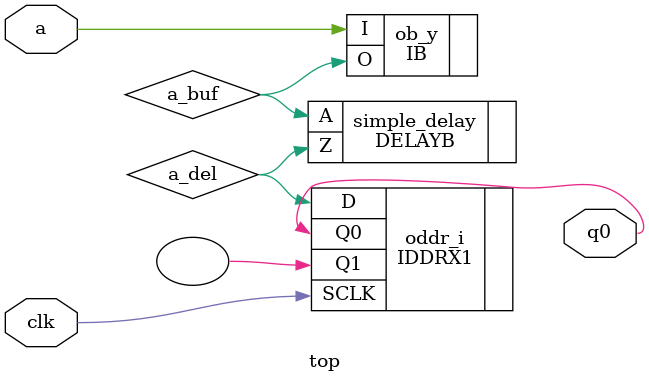
<source format=v>
module top(
	 input clk, a,
 	output q0);
	
	wire a_buf, a_del;
	IDDRX1 oddr_i (.SCLK(clk), .Q0(q0), .Q1(), .D(a_del));

	DELAYB #(.DEL_MODE("USER_DEFINED"), .DEL_VALUE(63)) simple_delay(.A(a_buf), .Z(a_del));



	(* LOC="P10", IO_TYPE="LVCMOS18H" *)
	IB ob_y(.I(a), .O(a_buf));
endmodule

</source>
